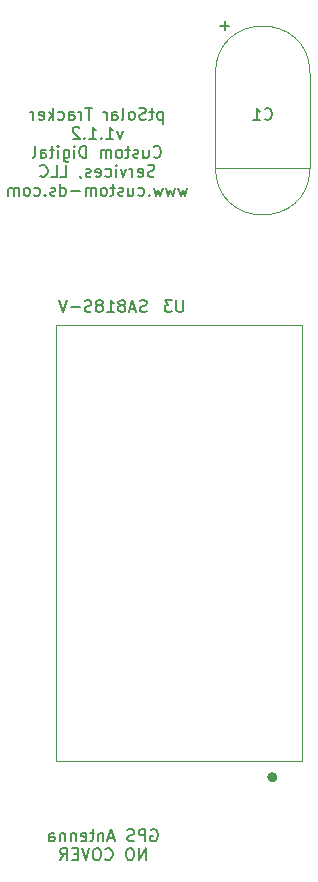
<source format=gbr>
%TF.GenerationSoftware,KiCad,Pcbnew,9.0.0*%
%TF.CreationDate,2025-04-10T21:29:29-05:00*%
%TF.ProjectId,ptSolar,7074536f-6c61-4722-9e6b-696361645f70,rev?*%
%TF.SameCoordinates,Original*%
%TF.FileFunction,Legend,Bot*%
%TF.FilePolarity,Positive*%
%FSLAX46Y46*%
G04 Gerber Fmt 4.6, Leading zero omitted, Abs format (unit mm)*
G04 Created by KiCad (PCBNEW 9.0.0) date 2025-04-10 21:29:29*
%MOMM*%
%LPD*%
G01*
G04 APERTURE LIST*
%ADD10C,0.150000*%
%ADD11C,0.100000*%
%ADD12C,0.450000*%
G04 APERTURE END LIST*
D10*
X151797620Y-76013376D02*
X151797620Y-77013376D01*
X151797620Y-76060995D02*
X151702382Y-76013376D01*
X151702382Y-76013376D02*
X151511906Y-76013376D01*
X151511906Y-76013376D02*
X151416668Y-76060995D01*
X151416668Y-76060995D02*
X151369049Y-76108614D01*
X151369049Y-76108614D02*
X151321430Y-76203852D01*
X151321430Y-76203852D02*
X151321430Y-76489566D01*
X151321430Y-76489566D02*
X151369049Y-76584804D01*
X151369049Y-76584804D02*
X151416668Y-76632424D01*
X151416668Y-76632424D02*
X151511906Y-76680043D01*
X151511906Y-76680043D02*
X151702382Y-76680043D01*
X151702382Y-76680043D02*
X151797620Y-76632424D01*
X151035715Y-76013376D02*
X150654763Y-76013376D01*
X150892858Y-75680043D02*
X150892858Y-76537185D01*
X150892858Y-76537185D02*
X150845239Y-76632424D01*
X150845239Y-76632424D02*
X150750001Y-76680043D01*
X150750001Y-76680043D02*
X150654763Y-76680043D01*
X150369048Y-76632424D02*
X150226191Y-76680043D01*
X150226191Y-76680043D02*
X149988096Y-76680043D01*
X149988096Y-76680043D02*
X149892858Y-76632424D01*
X149892858Y-76632424D02*
X149845239Y-76584804D01*
X149845239Y-76584804D02*
X149797620Y-76489566D01*
X149797620Y-76489566D02*
X149797620Y-76394328D01*
X149797620Y-76394328D02*
X149845239Y-76299090D01*
X149845239Y-76299090D02*
X149892858Y-76251471D01*
X149892858Y-76251471D02*
X149988096Y-76203852D01*
X149988096Y-76203852D02*
X150178572Y-76156233D01*
X150178572Y-76156233D02*
X150273810Y-76108614D01*
X150273810Y-76108614D02*
X150321429Y-76060995D01*
X150321429Y-76060995D02*
X150369048Y-75965757D01*
X150369048Y-75965757D02*
X150369048Y-75870519D01*
X150369048Y-75870519D02*
X150321429Y-75775281D01*
X150321429Y-75775281D02*
X150273810Y-75727662D01*
X150273810Y-75727662D02*
X150178572Y-75680043D01*
X150178572Y-75680043D02*
X149940477Y-75680043D01*
X149940477Y-75680043D02*
X149797620Y-75727662D01*
X149226191Y-76680043D02*
X149321429Y-76632424D01*
X149321429Y-76632424D02*
X149369048Y-76584804D01*
X149369048Y-76584804D02*
X149416667Y-76489566D01*
X149416667Y-76489566D02*
X149416667Y-76203852D01*
X149416667Y-76203852D02*
X149369048Y-76108614D01*
X149369048Y-76108614D02*
X149321429Y-76060995D01*
X149321429Y-76060995D02*
X149226191Y-76013376D01*
X149226191Y-76013376D02*
X149083334Y-76013376D01*
X149083334Y-76013376D02*
X148988096Y-76060995D01*
X148988096Y-76060995D02*
X148940477Y-76108614D01*
X148940477Y-76108614D02*
X148892858Y-76203852D01*
X148892858Y-76203852D02*
X148892858Y-76489566D01*
X148892858Y-76489566D02*
X148940477Y-76584804D01*
X148940477Y-76584804D02*
X148988096Y-76632424D01*
X148988096Y-76632424D02*
X149083334Y-76680043D01*
X149083334Y-76680043D02*
X149226191Y-76680043D01*
X148321429Y-76680043D02*
X148416667Y-76632424D01*
X148416667Y-76632424D02*
X148464286Y-76537185D01*
X148464286Y-76537185D02*
X148464286Y-75680043D01*
X147511905Y-76680043D02*
X147511905Y-76156233D01*
X147511905Y-76156233D02*
X147559524Y-76060995D01*
X147559524Y-76060995D02*
X147654762Y-76013376D01*
X147654762Y-76013376D02*
X147845238Y-76013376D01*
X147845238Y-76013376D02*
X147940476Y-76060995D01*
X147511905Y-76632424D02*
X147607143Y-76680043D01*
X147607143Y-76680043D02*
X147845238Y-76680043D01*
X147845238Y-76680043D02*
X147940476Y-76632424D01*
X147940476Y-76632424D02*
X147988095Y-76537185D01*
X147988095Y-76537185D02*
X147988095Y-76441947D01*
X147988095Y-76441947D02*
X147940476Y-76346709D01*
X147940476Y-76346709D02*
X147845238Y-76299090D01*
X147845238Y-76299090D02*
X147607143Y-76299090D01*
X147607143Y-76299090D02*
X147511905Y-76251471D01*
X147035714Y-76680043D02*
X147035714Y-76013376D01*
X147035714Y-76203852D02*
X146988095Y-76108614D01*
X146988095Y-76108614D02*
X146940476Y-76060995D01*
X146940476Y-76060995D02*
X146845238Y-76013376D01*
X146845238Y-76013376D02*
X146750000Y-76013376D01*
X145797618Y-75680043D02*
X145226190Y-75680043D01*
X145511904Y-76680043D02*
X145511904Y-75680043D01*
X144892856Y-76680043D02*
X144892856Y-76013376D01*
X144892856Y-76203852D02*
X144845237Y-76108614D01*
X144845237Y-76108614D02*
X144797618Y-76060995D01*
X144797618Y-76060995D02*
X144702380Y-76013376D01*
X144702380Y-76013376D02*
X144607142Y-76013376D01*
X143845237Y-76680043D02*
X143845237Y-76156233D01*
X143845237Y-76156233D02*
X143892856Y-76060995D01*
X143892856Y-76060995D02*
X143988094Y-76013376D01*
X143988094Y-76013376D02*
X144178570Y-76013376D01*
X144178570Y-76013376D02*
X144273808Y-76060995D01*
X143845237Y-76632424D02*
X143940475Y-76680043D01*
X143940475Y-76680043D02*
X144178570Y-76680043D01*
X144178570Y-76680043D02*
X144273808Y-76632424D01*
X144273808Y-76632424D02*
X144321427Y-76537185D01*
X144321427Y-76537185D02*
X144321427Y-76441947D01*
X144321427Y-76441947D02*
X144273808Y-76346709D01*
X144273808Y-76346709D02*
X144178570Y-76299090D01*
X144178570Y-76299090D02*
X143940475Y-76299090D01*
X143940475Y-76299090D02*
X143845237Y-76251471D01*
X142940475Y-76632424D02*
X143035713Y-76680043D01*
X143035713Y-76680043D02*
X143226189Y-76680043D01*
X143226189Y-76680043D02*
X143321427Y-76632424D01*
X143321427Y-76632424D02*
X143369046Y-76584804D01*
X143369046Y-76584804D02*
X143416665Y-76489566D01*
X143416665Y-76489566D02*
X143416665Y-76203852D01*
X143416665Y-76203852D02*
X143369046Y-76108614D01*
X143369046Y-76108614D02*
X143321427Y-76060995D01*
X143321427Y-76060995D02*
X143226189Y-76013376D01*
X143226189Y-76013376D02*
X143035713Y-76013376D01*
X143035713Y-76013376D02*
X142940475Y-76060995D01*
X142511903Y-76680043D02*
X142511903Y-75680043D01*
X142416665Y-76299090D02*
X142130951Y-76680043D01*
X142130951Y-76013376D02*
X142511903Y-76394328D01*
X141321427Y-76632424D02*
X141416665Y-76680043D01*
X141416665Y-76680043D02*
X141607141Y-76680043D01*
X141607141Y-76680043D02*
X141702379Y-76632424D01*
X141702379Y-76632424D02*
X141749998Y-76537185D01*
X141749998Y-76537185D02*
X141749998Y-76156233D01*
X141749998Y-76156233D02*
X141702379Y-76060995D01*
X141702379Y-76060995D02*
X141607141Y-76013376D01*
X141607141Y-76013376D02*
X141416665Y-76013376D01*
X141416665Y-76013376D02*
X141321427Y-76060995D01*
X141321427Y-76060995D02*
X141273808Y-76156233D01*
X141273808Y-76156233D02*
X141273808Y-76251471D01*
X141273808Y-76251471D02*
X141749998Y-76346709D01*
X140845236Y-76680043D02*
X140845236Y-76013376D01*
X140845236Y-76203852D02*
X140797617Y-76108614D01*
X140797617Y-76108614D02*
X140749998Y-76060995D01*
X140749998Y-76060995D02*
X140654760Y-76013376D01*
X140654760Y-76013376D02*
X140559522Y-76013376D01*
X148392856Y-77623320D02*
X148154761Y-78289987D01*
X148154761Y-78289987D02*
X147916666Y-77623320D01*
X147011904Y-78289987D02*
X147583332Y-78289987D01*
X147297618Y-78289987D02*
X147297618Y-77289987D01*
X147297618Y-77289987D02*
X147392856Y-77432844D01*
X147392856Y-77432844D02*
X147488094Y-77528082D01*
X147488094Y-77528082D02*
X147583332Y-77575701D01*
X146583332Y-78194748D02*
X146535713Y-78242368D01*
X146535713Y-78242368D02*
X146583332Y-78289987D01*
X146583332Y-78289987D02*
X146630951Y-78242368D01*
X146630951Y-78242368D02*
X146583332Y-78194748D01*
X146583332Y-78194748D02*
X146583332Y-78289987D01*
X145583333Y-78289987D02*
X146154761Y-78289987D01*
X145869047Y-78289987D02*
X145869047Y-77289987D01*
X145869047Y-77289987D02*
X145964285Y-77432844D01*
X145964285Y-77432844D02*
X146059523Y-77528082D01*
X146059523Y-77528082D02*
X146154761Y-77575701D01*
X145154761Y-78194748D02*
X145107142Y-78242368D01*
X145107142Y-78242368D02*
X145154761Y-78289987D01*
X145154761Y-78289987D02*
X145202380Y-78242368D01*
X145202380Y-78242368D02*
X145154761Y-78194748D01*
X145154761Y-78194748D02*
X145154761Y-78289987D01*
X144726190Y-77385225D02*
X144678571Y-77337606D01*
X144678571Y-77337606D02*
X144583333Y-77289987D01*
X144583333Y-77289987D02*
X144345238Y-77289987D01*
X144345238Y-77289987D02*
X144250000Y-77337606D01*
X144250000Y-77337606D02*
X144202381Y-77385225D01*
X144202381Y-77385225D02*
X144154762Y-77480463D01*
X144154762Y-77480463D02*
X144154762Y-77575701D01*
X144154762Y-77575701D02*
X144202381Y-77718558D01*
X144202381Y-77718558D02*
X144773809Y-78289987D01*
X144773809Y-78289987D02*
X144154762Y-78289987D01*
X151011905Y-79804692D02*
X151059524Y-79852312D01*
X151059524Y-79852312D02*
X151202381Y-79899931D01*
X151202381Y-79899931D02*
X151297619Y-79899931D01*
X151297619Y-79899931D02*
X151440476Y-79852312D01*
X151440476Y-79852312D02*
X151535714Y-79757073D01*
X151535714Y-79757073D02*
X151583333Y-79661835D01*
X151583333Y-79661835D02*
X151630952Y-79471359D01*
X151630952Y-79471359D02*
X151630952Y-79328502D01*
X151630952Y-79328502D02*
X151583333Y-79138026D01*
X151583333Y-79138026D02*
X151535714Y-79042788D01*
X151535714Y-79042788D02*
X151440476Y-78947550D01*
X151440476Y-78947550D02*
X151297619Y-78899931D01*
X151297619Y-78899931D02*
X151202381Y-78899931D01*
X151202381Y-78899931D02*
X151059524Y-78947550D01*
X151059524Y-78947550D02*
X151011905Y-78995169D01*
X150154762Y-79233264D02*
X150154762Y-79899931D01*
X150583333Y-79233264D02*
X150583333Y-79757073D01*
X150583333Y-79757073D02*
X150535714Y-79852312D01*
X150535714Y-79852312D02*
X150440476Y-79899931D01*
X150440476Y-79899931D02*
X150297619Y-79899931D01*
X150297619Y-79899931D02*
X150202381Y-79852312D01*
X150202381Y-79852312D02*
X150154762Y-79804692D01*
X149726190Y-79852312D02*
X149630952Y-79899931D01*
X149630952Y-79899931D02*
X149440476Y-79899931D01*
X149440476Y-79899931D02*
X149345238Y-79852312D01*
X149345238Y-79852312D02*
X149297619Y-79757073D01*
X149297619Y-79757073D02*
X149297619Y-79709454D01*
X149297619Y-79709454D02*
X149345238Y-79614216D01*
X149345238Y-79614216D02*
X149440476Y-79566597D01*
X149440476Y-79566597D02*
X149583333Y-79566597D01*
X149583333Y-79566597D02*
X149678571Y-79518978D01*
X149678571Y-79518978D02*
X149726190Y-79423740D01*
X149726190Y-79423740D02*
X149726190Y-79376121D01*
X149726190Y-79376121D02*
X149678571Y-79280883D01*
X149678571Y-79280883D02*
X149583333Y-79233264D01*
X149583333Y-79233264D02*
X149440476Y-79233264D01*
X149440476Y-79233264D02*
X149345238Y-79280883D01*
X149011904Y-79233264D02*
X148630952Y-79233264D01*
X148869047Y-78899931D02*
X148869047Y-79757073D01*
X148869047Y-79757073D02*
X148821428Y-79852312D01*
X148821428Y-79852312D02*
X148726190Y-79899931D01*
X148726190Y-79899931D02*
X148630952Y-79899931D01*
X148154761Y-79899931D02*
X148249999Y-79852312D01*
X148249999Y-79852312D02*
X148297618Y-79804692D01*
X148297618Y-79804692D02*
X148345237Y-79709454D01*
X148345237Y-79709454D02*
X148345237Y-79423740D01*
X148345237Y-79423740D02*
X148297618Y-79328502D01*
X148297618Y-79328502D02*
X148249999Y-79280883D01*
X148249999Y-79280883D02*
X148154761Y-79233264D01*
X148154761Y-79233264D02*
X148011904Y-79233264D01*
X148011904Y-79233264D02*
X147916666Y-79280883D01*
X147916666Y-79280883D02*
X147869047Y-79328502D01*
X147869047Y-79328502D02*
X147821428Y-79423740D01*
X147821428Y-79423740D02*
X147821428Y-79709454D01*
X147821428Y-79709454D02*
X147869047Y-79804692D01*
X147869047Y-79804692D02*
X147916666Y-79852312D01*
X147916666Y-79852312D02*
X148011904Y-79899931D01*
X148011904Y-79899931D02*
X148154761Y-79899931D01*
X147392856Y-79899931D02*
X147392856Y-79233264D01*
X147392856Y-79328502D02*
X147345237Y-79280883D01*
X147345237Y-79280883D02*
X147249999Y-79233264D01*
X147249999Y-79233264D02*
X147107142Y-79233264D01*
X147107142Y-79233264D02*
X147011904Y-79280883D01*
X147011904Y-79280883D02*
X146964285Y-79376121D01*
X146964285Y-79376121D02*
X146964285Y-79899931D01*
X146964285Y-79376121D02*
X146916666Y-79280883D01*
X146916666Y-79280883D02*
X146821428Y-79233264D01*
X146821428Y-79233264D02*
X146678571Y-79233264D01*
X146678571Y-79233264D02*
X146583332Y-79280883D01*
X146583332Y-79280883D02*
X146535713Y-79376121D01*
X146535713Y-79376121D02*
X146535713Y-79899931D01*
X145297618Y-79899931D02*
X145297618Y-78899931D01*
X145297618Y-78899931D02*
X145059523Y-78899931D01*
X145059523Y-78899931D02*
X144916666Y-78947550D01*
X144916666Y-78947550D02*
X144821428Y-79042788D01*
X144821428Y-79042788D02*
X144773809Y-79138026D01*
X144773809Y-79138026D02*
X144726190Y-79328502D01*
X144726190Y-79328502D02*
X144726190Y-79471359D01*
X144726190Y-79471359D02*
X144773809Y-79661835D01*
X144773809Y-79661835D02*
X144821428Y-79757073D01*
X144821428Y-79757073D02*
X144916666Y-79852312D01*
X144916666Y-79852312D02*
X145059523Y-79899931D01*
X145059523Y-79899931D02*
X145297618Y-79899931D01*
X144297618Y-79899931D02*
X144297618Y-79233264D01*
X144297618Y-78899931D02*
X144345237Y-78947550D01*
X144345237Y-78947550D02*
X144297618Y-78995169D01*
X144297618Y-78995169D02*
X144249999Y-78947550D01*
X144249999Y-78947550D02*
X144297618Y-78899931D01*
X144297618Y-78899931D02*
X144297618Y-78995169D01*
X143392857Y-79233264D02*
X143392857Y-80042788D01*
X143392857Y-80042788D02*
X143440476Y-80138026D01*
X143440476Y-80138026D02*
X143488095Y-80185645D01*
X143488095Y-80185645D02*
X143583333Y-80233264D01*
X143583333Y-80233264D02*
X143726190Y-80233264D01*
X143726190Y-80233264D02*
X143821428Y-80185645D01*
X143392857Y-79852312D02*
X143488095Y-79899931D01*
X143488095Y-79899931D02*
X143678571Y-79899931D01*
X143678571Y-79899931D02*
X143773809Y-79852312D01*
X143773809Y-79852312D02*
X143821428Y-79804692D01*
X143821428Y-79804692D02*
X143869047Y-79709454D01*
X143869047Y-79709454D02*
X143869047Y-79423740D01*
X143869047Y-79423740D02*
X143821428Y-79328502D01*
X143821428Y-79328502D02*
X143773809Y-79280883D01*
X143773809Y-79280883D02*
X143678571Y-79233264D01*
X143678571Y-79233264D02*
X143488095Y-79233264D01*
X143488095Y-79233264D02*
X143392857Y-79280883D01*
X142916666Y-79899931D02*
X142916666Y-79233264D01*
X142916666Y-78899931D02*
X142964285Y-78947550D01*
X142964285Y-78947550D02*
X142916666Y-78995169D01*
X142916666Y-78995169D02*
X142869047Y-78947550D01*
X142869047Y-78947550D02*
X142916666Y-78899931D01*
X142916666Y-78899931D02*
X142916666Y-78995169D01*
X142583333Y-79233264D02*
X142202381Y-79233264D01*
X142440476Y-78899931D02*
X142440476Y-79757073D01*
X142440476Y-79757073D02*
X142392857Y-79852312D01*
X142392857Y-79852312D02*
X142297619Y-79899931D01*
X142297619Y-79899931D02*
X142202381Y-79899931D01*
X141440476Y-79899931D02*
X141440476Y-79376121D01*
X141440476Y-79376121D02*
X141488095Y-79280883D01*
X141488095Y-79280883D02*
X141583333Y-79233264D01*
X141583333Y-79233264D02*
X141773809Y-79233264D01*
X141773809Y-79233264D02*
X141869047Y-79280883D01*
X141440476Y-79852312D02*
X141535714Y-79899931D01*
X141535714Y-79899931D02*
X141773809Y-79899931D01*
X141773809Y-79899931D02*
X141869047Y-79852312D01*
X141869047Y-79852312D02*
X141916666Y-79757073D01*
X141916666Y-79757073D02*
X141916666Y-79661835D01*
X141916666Y-79661835D02*
X141869047Y-79566597D01*
X141869047Y-79566597D02*
X141773809Y-79518978D01*
X141773809Y-79518978D02*
X141535714Y-79518978D01*
X141535714Y-79518978D02*
X141440476Y-79471359D01*
X140821428Y-79899931D02*
X140916666Y-79852312D01*
X140916666Y-79852312D02*
X140964285Y-79757073D01*
X140964285Y-79757073D02*
X140964285Y-78899931D01*
X151083333Y-81462256D02*
X150940476Y-81509875D01*
X150940476Y-81509875D02*
X150702381Y-81509875D01*
X150702381Y-81509875D02*
X150607143Y-81462256D01*
X150607143Y-81462256D02*
X150559524Y-81414636D01*
X150559524Y-81414636D02*
X150511905Y-81319398D01*
X150511905Y-81319398D02*
X150511905Y-81224160D01*
X150511905Y-81224160D02*
X150559524Y-81128922D01*
X150559524Y-81128922D02*
X150607143Y-81081303D01*
X150607143Y-81081303D02*
X150702381Y-81033684D01*
X150702381Y-81033684D02*
X150892857Y-80986065D01*
X150892857Y-80986065D02*
X150988095Y-80938446D01*
X150988095Y-80938446D02*
X151035714Y-80890827D01*
X151035714Y-80890827D02*
X151083333Y-80795589D01*
X151083333Y-80795589D02*
X151083333Y-80700351D01*
X151083333Y-80700351D02*
X151035714Y-80605113D01*
X151035714Y-80605113D02*
X150988095Y-80557494D01*
X150988095Y-80557494D02*
X150892857Y-80509875D01*
X150892857Y-80509875D02*
X150654762Y-80509875D01*
X150654762Y-80509875D02*
X150511905Y-80557494D01*
X149702381Y-81462256D02*
X149797619Y-81509875D01*
X149797619Y-81509875D02*
X149988095Y-81509875D01*
X149988095Y-81509875D02*
X150083333Y-81462256D01*
X150083333Y-81462256D02*
X150130952Y-81367017D01*
X150130952Y-81367017D02*
X150130952Y-80986065D01*
X150130952Y-80986065D02*
X150083333Y-80890827D01*
X150083333Y-80890827D02*
X149988095Y-80843208D01*
X149988095Y-80843208D02*
X149797619Y-80843208D01*
X149797619Y-80843208D02*
X149702381Y-80890827D01*
X149702381Y-80890827D02*
X149654762Y-80986065D01*
X149654762Y-80986065D02*
X149654762Y-81081303D01*
X149654762Y-81081303D02*
X150130952Y-81176541D01*
X149226190Y-81509875D02*
X149226190Y-80843208D01*
X149226190Y-81033684D02*
X149178571Y-80938446D01*
X149178571Y-80938446D02*
X149130952Y-80890827D01*
X149130952Y-80890827D02*
X149035714Y-80843208D01*
X149035714Y-80843208D02*
X148940476Y-80843208D01*
X148702380Y-80843208D02*
X148464285Y-81509875D01*
X148464285Y-81509875D02*
X148226190Y-80843208D01*
X147845237Y-81509875D02*
X147845237Y-80843208D01*
X147845237Y-80509875D02*
X147892856Y-80557494D01*
X147892856Y-80557494D02*
X147845237Y-80605113D01*
X147845237Y-80605113D02*
X147797618Y-80557494D01*
X147797618Y-80557494D02*
X147845237Y-80509875D01*
X147845237Y-80509875D02*
X147845237Y-80605113D01*
X146940476Y-81462256D02*
X147035714Y-81509875D01*
X147035714Y-81509875D02*
X147226190Y-81509875D01*
X147226190Y-81509875D02*
X147321428Y-81462256D01*
X147321428Y-81462256D02*
X147369047Y-81414636D01*
X147369047Y-81414636D02*
X147416666Y-81319398D01*
X147416666Y-81319398D02*
X147416666Y-81033684D01*
X147416666Y-81033684D02*
X147369047Y-80938446D01*
X147369047Y-80938446D02*
X147321428Y-80890827D01*
X147321428Y-80890827D02*
X147226190Y-80843208D01*
X147226190Y-80843208D02*
X147035714Y-80843208D01*
X147035714Y-80843208D02*
X146940476Y-80890827D01*
X146130952Y-81462256D02*
X146226190Y-81509875D01*
X146226190Y-81509875D02*
X146416666Y-81509875D01*
X146416666Y-81509875D02*
X146511904Y-81462256D01*
X146511904Y-81462256D02*
X146559523Y-81367017D01*
X146559523Y-81367017D02*
X146559523Y-80986065D01*
X146559523Y-80986065D02*
X146511904Y-80890827D01*
X146511904Y-80890827D02*
X146416666Y-80843208D01*
X146416666Y-80843208D02*
X146226190Y-80843208D01*
X146226190Y-80843208D02*
X146130952Y-80890827D01*
X146130952Y-80890827D02*
X146083333Y-80986065D01*
X146083333Y-80986065D02*
X146083333Y-81081303D01*
X146083333Y-81081303D02*
X146559523Y-81176541D01*
X145702380Y-81462256D02*
X145607142Y-81509875D01*
X145607142Y-81509875D02*
X145416666Y-81509875D01*
X145416666Y-81509875D02*
X145321428Y-81462256D01*
X145321428Y-81462256D02*
X145273809Y-81367017D01*
X145273809Y-81367017D02*
X145273809Y-81319398D01*
X145273809Y-81319398D02*
X145321428Y-81224160D01*
X145321428Y-81224160D02*
X145416666Y-81176541D01*
X145416666Y-81176541D02*
X145559523Y-81176541D01*
X145559523Y-81176541D02*
X145654761Y-81128922D01*
X145654761Y-81128922D02*
X145702380Y-81033684D01*
X145702380Y-81033684D02*
X145702380Y-80986065D01*
X145702380Y-80986065D02*
X145654761Y-80890827D01*
X145654761Y-80890827D02*
X145559523Y-80843208D01*
X145559523Y-80843208D02*
X145416666Y-80843208D01*
X145416666Y-80843208D02*
X145321428Y-80890827D01*
X144797618Y-81462256D02*
X144797618Y-81509875D01*
X144797618Y-81509875D02*
X144845237Y-81605113D01*
X144845237Y-81605113D02*
X144892856Y-81652732D01*
X143130952Y-81509875D02*
X143607142Y-81509875D01*
X143607142Y-81509875D02*
X143607142Y-80509875D01*
X142321428Y-81509875D02*
X142797618Y-81509875D01*
X142797618Y-81509875D02*
X142797618Y-80509875D01*
X141416666Y-81414636D02*
X141464285Y-81462256D01*
X141464285Y-81462256D02*
X141607142Y-81509875D01*
X141607142Y-81509875D02*
X141702380Y-81509875D01*
X141702380Y-81509875D02*
X141845237Y-81462256D01*
X141845237Y-81462256D02*
X141940475Y-81367017D01*
X141940475Y-81367017D02*
X141988094Y-81271779D01*
X141988094Y-81271779D02*
X142035713Y-81081303D01*
X142035713Y-81081303D02*
X142035713Y-80938446D01*
X142035713Y-80938446D02*
X141988094Y-80747970D01*
X141988094Y-80747970D02*
X141940475Y-80652732D01*
X141940475Y-80652732D02*
X141845237Y-80557494D01*
X141845237Y-80557494D02*
X141702380Y-80509875D01*
X141702380Y-80509875D02*
X141607142Y-80509875D01*
X141607142Y-80509875D02*
X141464285Y-80557494D01*
X141464285Y-80557494D02*
X141416666Y-80605113D01*
X153869046Y-82453152D02*
X153678570Y-83119819D01*
X153678570Y-83119819D02*
X153488094Y-82643628D01*
X153488094Y-82643628D02*
X153297618Y-83119819D01*
X153297618Y-83119819D02*
X153107142Y-82453152D01*
X152821427Y-82453152D02*
X152630951Y-83119819D01*
X152630951Y-83119819D02*
X152440475Y-82643628D01*
X152440475Y-82643628D02*
X152249999Y-83119819D01*
X152249999Y-83119819D02*
X152059523Y-82453152D01*
X151773808Y-82453152D02*
X151583332Y-83119819D01*
X151583332Y-83119819D02*
X151392856Y-82643628D01*
X151392856Y-82643628D02*
X151202380Y-83119819D01*
X151202380Y-83119819D02*
X151011904Y-82453152D01*
X150630951Y-83024580D02*
X150583332Y-83072200D01*
X150583332Y-83072200D02*
X150630951Y-83119819D01*
X150630951Y-83119819D02*
X150678570Y-83072200D01*
X150678570Y-83072200D02*
X150630951Y-83024580D01*
X150630951Y-83024580D02*
X150630951Y-83119819D01*
X149726190Y-83072200D02*
X149821428Y-83119819D01*
X149821428Y-83119819D02*
X150011904Y-83119819D01*
X150011904Y-83119819D02*
X150107142Y-83072200D01*
X150107142Y-83072200D02*
X150154761Y-83024580D01*
X150154761Y-83024580D02*
X150202380Y-82929342D01*
X150202380Y-82929342D02*
X150202380Y-82643628D01*
X150202380Y-82643628D02*
X150154761Y-82548390D01*
X150154761Y-82548390D02*
X150107142Y-82500771D01*
X150107142Y-82500771D02*
X150011904Y-82453152D01*
X150011904Y-82453152D02*
X149821428Y-82453152D01*
X149821428Y-82453152D02*
X149726190Y-82500771D01*
X148869047Y-82453152D02*
X148869047Y-83119819D01*
X149297618Y-82453152D02*
X149297618Y-82976961D01*
X149297618Y-82976961D02*
X149249999Y-83072200D01*
X149249999Y-83072200D02*
X149154761Y-83119819D01*
X149154761Y-83119819D02*
X149011904Y-83119819D01*
X149011904Y-83119819D02*
X148916666Y-83072200D01*
X148916666Y-83072200D02*
X148869047Y-83024580D01*
X148440475Y-83072200D02*
X148345237Y-83119819D01*
X148345237Y-83119819D02*
X148154761Y-83119819D01*
X148154761Y-83119819D02*
X148059523Y-83072200D01*
X148059523Y-83072200D02*
X148011904Y-82976961D01*
X148011904Y-82976961D02*
X148011904Y-82929342D01*
X148011904Y-82929342D02*
X148059523Y-82834104D01*
X148059523Y-82834104D02*
X148154761Y-82786485D01*
X148154761Y-82786485D02*
X148297618Y-82786485D01*
X148297618Y-82786485D02*
X148392856Y-82738866D01*
X148392856Y-82738866D02*
X148440475Y-82643628D01*
X148440475Y-82643628D02*
X148440475Y-82596009D01*
X148440475Y-82596009D02*
X148392856Y-82500771D01*
X148392856Y-82500771D02*
X148297618Y-82453152D01*
X148297618Y-82453152D02*
X148154761Y-82453152D01*
X148154761Y-82453152D02*
X148059523Y-82500771D01*
X147726189Y-82453152D02*
X147345237Y-82453152D01*
X147583332Y-82119819D02*
X147583332Y-82976961D01*
X147583332Y-82976961D02*
X147535713Y-83072200D01*
X147535713Y-83072200D02*
X147440475Y-83119819D01*
X147440475Y-83119819D02*
X147345237Y-83119819D01*
X146869046Y-83119819D02*
X146964284Y-83072200D01*
X146964284Y-83072200D02*
X147011903Y-83024580D01*
X147011903Y-83024580D02*
X147059522Y-82929342D01*
X147059522Y-82929342D02*
X147059522Y-82643628D01*
X147059522Y-82643628D02*
X147011903Y-82548390D01*
X147011903Y-82548390D02*
X146964284Y-82500771D01*
X146964284Y-82500771D02*
X146869046Y-82453152D01*
X146869046Y-82453152D02*
X146726189Y-82453152D01*
X146726189Y-82453152D02*
X146630951Y-82500771D01*
X146630951Y-82500771D02*
X146583332Y-82548390D01*
X146583332Y-82548390D02*
X146535713Y-82643628D01*
X146535713Y-82643628D02*
X146535713Y-82929342D01*
X146535713Y-82929342D02*
X146583332Y-83024580D01*
X146583332Y-83024580D02*
X146630951Y-83072200D01*
X146630951Y-83072200D02*
X146726189Y-83119819D01*
X146726189Y-83119819D02*
X146869046Y-83119819D01*
X146107141Y-83119819D02*
X146107141Y-82453152D01*
X146107141Y-82548390D02*
X146059522Y-82500771D01*
X146059522Y-82500771D02*
X145964284Y-82453152D01*
X145964284Y-82453152D02*
X145821427Y-82453152D01*
X145821427Y-82453152D02*
X145726189Y-82500771D01*
X145726189Y-82500771D02*
X145678570Y-82596009D01*
X145678570Y-82596009D02*
X145678570Y-83119819D01*
X145678570Y-82596009D02*
X145630951Y-82500771D01*
X145630951Y-82500771D02*
X145535713Y-82453152D01*
X145535713Y-82453152D02*
X145392856Y-82453152D01*
X145392856Y-82453152D02*
X145297617Y-82500771D01*
X145297617Y-82500771D02*
X145249998Y-82596009D01*
X145249998Y-82596009D02*
X145249998Y-83119819D01*
X144773808Y-82738866D02*
X144011904Y-82738866D01*
X143107142Y-83119819D02*
X143107142Y-82119819D01*
X143107142Y-83072200D02*
X143202380Y-83119819D01*
X143202380Y-83119819D02*
X143392856Y-83119819D01*
X143392856Y-83119819D02*
X143488094Y-83072200D01*
X143488094Y-83072200D02*
X143535713Y-83024580D01*
X143535713Y-83024580D02*
X143583332Y-82929342D01*
X143583332Y-82929342D02*
X143583332Y-82643628D01*
X143583332Y-82643628D02*
X143535713Y-82548390D01*
X143535713Y-82548390D02*
X143488094Y-82500771D01*
X143488094Y-82500771D02*
X143392856Y-82453152D01*
X143392856Y-82453152D02*
X143202380Y-82453152D01*
X143202380Y-82453152D02*
X143107142Y-82500771D01*
X142678570Y-83072200D02*
X142583332Y-83119819D01*
X142583332Y-83119819D02*
X142392856Y-83119819D01*
X142392856Y-83119819D02*
X142297618Y-83072200D01*
X142297618Y-83072200D02*
X142249999Y-82976961D01*
X142249999Y-82976961D02*
X142249999Y-82929342D01*
X142249999Y-82929342D02*
X142297618Y-82834104D01*
X142297618Y-82834104D02*
X142392856Y-82786485D01*
X142392856Y-82786485D02*
X142535713Y-82786485D01*
X142535713Y-82786485D02*
X142630951Y-82738866D01*
X142630951Y-82738866D02*
X142678570Y-82643628D01*
X142678570Y-82643628D02*
X142678570Y-82596009D01*
X142678570Y-82596009D02*
X142630951Y-82500771D01*
X142630951Y-82500771D02*
X142535713Y-82453152D01*
X142535713Y-82453152D02*
X142392856Y-82453152D01*
X142392856Y-82453152D02*
X142297618Y-82500771D01*
X141821427Y-83024580D02*
X141773808Y-83072200D01*
X141773808Y-83072200D02*
X141821427Y-83119819D01*
X141821427Y-83119819D02*
X141869046Y-83072200D01*
X141869046Y-83072200D02*
X141821427Y-83024580D01*
X141821427Y-83024580D02*
X141821427Y-83119819D01*
X140916666Y-83072200D02*
X141011904Y-83119819D01*
X141011904Y-83119819D02*
X141202380Y-83119819D01*
X141202380Y-83119819D02*
X141297618Y-83072200D01*
X141297618Y-83072200D02*
X141345237Y-83024580D01*
X141345237Y-83024580D02*
X141392856Y-82929342D01*
X141392856Y-82929342D02*
X141392856Y-82643628D01*
X141392856Y-82643628D02*
X141345237Y-82548390D01*
X141345237Y-82548390D02*
X141297618Y-82500771D01*
X141297618Y-82500771D02*
X141202380Y-82453152D01*
X141202380Y-82453152D02*
X141011904Y-82453152D01*
X141011904Y-82453152D02*
X140916666Y-82500771D01*
X140345237Y-83119819D02*
X140440475Y-83072200D01*
X140440475Y-83072200D02*
X140488094Y-83024580D01*
X140488094Y-83024580D02*
X140535713Y-82929342D01*
X140535713Y-82929342D02*
X140535713Y-82643628D01*
X140535713Y-82643628D02*
X140488094Y-82548390D01*
X140488094Y-82548390D02*
X140440475Y-82500771D01*
X140440475Y-82500771D02*
X140345237Y-82453152D01*
X140345237Y-82453152D02*
X140202380Y-82453152D01*
X140202380Y-82453152D02*
X140107142Y-82500771D01*
X140107142Y-82500771D02*
X140059523Y-82548390D01*
X140059523Y-82548390D02*
X140011904Y-82643628D01*
X140011904Y-82643628D02*
X140011904Y-82929342D01*
X140011904Y-82929342D02*
X140059523Y-83024580D01*
X140059523Y-83024580D02*
X140107142Y-83072200D01*
X140107142Y-83072200D02*
X140202380Y-83119819D01*
X140202380Y-83119819D02*
X140345237Y-83119819D01*
X139583332Y-83119819D02*
X139583332Y-82453152D01*
X139583332Y-82548390D02*
X139535713Y-82500771D01*
X139535713Y-82500771D02*
X139440475Y-82453152D01*
X139440475Y-82453152D02*
X139297618Y-82453152D01*
X139297618Y-82453152D02*
X139202380Y-82500771D01*
X139202380Y-82500771D02*
X139154761Y-82596009D01*
X139154761Y-82596009D02*
X139154761Y-83119819D01*
X139154761Y-82596009D02*
X139107142Y-82500771D01*
X139107142Y-82500771D02*
X139011904Y-82453152D01*
X139011904Y-82453152D02*
X138869047Y-82453152D01*
X138869047Y-82453152D02*
X138773808Y-82500771D01*
X138773808Y-82500771D02*
X138726189Y-82596009D01*
X138726189Y-82596009D02*
X138726189Y-83119819D01*
X150797619Y-136807494D02*
X150892857Y-136759875D01*
X150892857Y-136759875D02*
X151035714Y-136759875D01*
X151035714Y-136759875D02*
X151178571Y-136807494D01*
X151178571Y-136807494D02*
X151273809Y-136902732D01*
X151273809Y-136902732D02*
X151321428Y-136997970D01*
X151321428Y-136997970D02*
X151369047Y-137188446D01*
X151369047Y-137188446D02*
X151369047Y-137331303D01*
X151369047Y-137331303D02*
X151321428Y-137521779D01*
X151321428Y-137521779D02*
X151273809Y-137617017D01*
X151273809Y-137617017D02*
X151178571Y-137712256D01*
X151178571Y-137712256D02*
X151035714Y-137759875D01*
X151035714Y-137759875D02*
X150940476Y-137759875D01*
X150940476Y-137759875D02*
X150797619Y-137712256D01*
X150797619Y-137712256D02*
X150750000Y-137664636D01*
X150750000Y-137664636D02*
X150750000Y-137331303D01*
X150750000Y-137331303D02*
X150940476Y-137331303D01*
X150321428Y-137759875D02*
X150321428Y-136759875D01*
X150321428Y-136759875D02*
X149940476Y-136759875D01*
X149940476Y-136759875D02*
X149845238Y-136807494D01*
X149845238Y-136807494D02*
X149797619Y-136855113D01*
X149797619Y-136855113D02*
X149750000Y-136950351D01*
X149750000Y-136950351D02*
X149750000Y-137093208D01*
X149750000Y-137093208D02*
X149797619Y-137188446D01*
X149797619Y-137188446D02*
X149845238Y-137236065D01*
X149845238Y-137236065D02*
X149940476Y-137283684D01*
X149940476Y-137283684D02*
X150321428Y-137283684D01*
X149369047Y-137712256D02*
X149226190Y-137759875D01*
X149226190Y-137759875D02*
X148988095Y-137759875D01*
X148988095Y-137759875D02*
X148892857Y-137712256D01*
X148892857Y-137712256D02*
X148845238Y-137664636D01*
X148845238Y-137664636D02*
X148797619Y-137569398D01*
X148797619Y-137569398D02*
X148797619Y-137474160D01*
X148797619Y-137474160D02*
X148845238Y-137378922D01*
X148845238Y-137378922D02*
X148892857Y-137331303D01*
X148892857Y-137331303D02*
X148988095Y-137283684D01*
X148988095Y-137283684D02*
X149178571Y-137236065D01*
X149178571Y-137236065D02*
X149273809Y-137188446D01*
X149273809Y-137188446D02*
X149321428Y-137140827D01*
X149321428Y-137140827D02*
X149369047Y-137045589D01*
X149369047Y-137045589D02*
X149369047Y-136950351D01*
X149369047Y-136950351D02*
X149321428Y-136855113D01*
X149321428Y-136855113D02*
X149273809Y-136807494D01*
X149273809Y-136807494D02*
X149178571Y-136759875D01*
X149178571Y-136759875D02*
X148940476Y-136759875D01*
X148940476Y-136759875D02*
X148797619Y-136807494D01*
X147654761Y-137474160D02*
X147178571Y-137474160D01*
X147749999Y-137759875D02*
X147416666Y-136759875D01*
X147416666Y-136759875D02*
X147083333Y-137759875D01*
X146749999Y-137093208D02*
X146749999Y-137759875D01*
X146749999Y-137188446D02*
X146702380Y-137140827D01*
X146702380Y-137140827D02*
X146607142Y-137093208D01*
X146607142Y-137093208D02*
X146464285Y-137093208D01*
X146464285Y-137093208D02*
X146369047Y-137140827D01*
X146369047Y-137140827D02*
X146321428Y-137236065D01*
X146321428Y-137236065D02*
X146321428Y-137759875D01*
X145988094Y-137093208D02*
X145607142Y-137093208D01*
X145845237Y-136759875D02*
X145845237Y-137617017D01*
X145845237Y-137617017D02*
X145797618Y-137712256D01*
X145797618Y-137712256D02*
X145702380Y-137759875D01*
X145702380Y-137759875D02*
X145607142Y-137759875D01*
X144892856Y-137712256D02*
X144988094Y-137759875D01*
X144988094Y-137759875D02*
X145178570Y-137759875D01*
X145178570Y-137759875D02*
X145273808Y-137712256D01*
X145273808Y-137712256D02*
X145321427Y-137617017D01*
X145321427Y-137617017D02*
X145321427Y-137236065D01*
X145321427Y-137236065D02*
X145273808Y-137140827D01*
X145273808Y-137140827D02*
X145178570Y-137093208D01*
X145178570Y-137093208D02*
X144988094Y-137093208D01*
X144988094Y-137093208D02*
X144892856Y-137140827D01*
X144892856Y-137140827D02*
X144845237Y-137236065D01*
X144845237Y-137236065D02*
X144845237Y-137331303D01*
X144845237Y-137331303D02*
X145321427Y-137426541D01*
X144416665Y-137093208D02*
X144416665Y-137759875D01*
X144416665Y-137188446D02*
X144369046Y-137140827D01*
X144369046Y-137140827D02*
X144273808Y-137093208D01*
X144273808Y-137093208D02*
X144130951Y-137093208D01*
X144130951Y-137093208D02*
X144035713Y-137140827D01*
X144035713Y-137140827D02*
X143988094Y-137236065D01*
X143988094Y-137236065D02*
X143988094Y-137759875D01*
X143511903Y-137093208D02*
X143511903Y-137759875D01*
X143511903Y-137188446D02*
X143464284Y-137140827D01*
X143464284Y-137140827D02*
X143369046Y-137093208D01*
X143369046Y-137093208D02*
X143226189Y-137093208D01*
X143226189Y-137093208D02*
X143130951Y-137140827D01*
X143130951Y-137140827D02*
X143083332Y-137236065D01*
X143083332Y-137236065D02*
X143083332Y-137759875D01*
X142178570Y-137759875D02*
X142178570Y-137236065D01*
X142178570Y-137236065D02*
X142226189Y-137140827D01*
X142226189Y-137140827D02*
X142321427Y-137093208D01*
X142321427Y-137093208D02*
X142511903Y-137093208D01*
X142511903Y-137093208D02*
X142607141Y-137140827D01*
X142178570Y-137712256D02*
X142273808Y-137759875D01*
X142273808Y-137759875D02*
X142511903Y-137759875D01*
X142511903Y-137759875D02*
X142607141Y-137712256D01*
X142607141Y-137712256D02*
X142654760Y-137617017D01*
X142654760Y-137617017D02*
X142654760Y-137521779D01*
X142654760Y-137521779D02*
X142607141Y-137426541D01*
X142607141Y-137426541D02*
X142511903Y-137378922D01*
X142511903Y-137378922D02*
X142273808Y-137378922D01*
X142273808Y-137378922D02*
X142178570Y-137331303D01*
X150345237Y-139369819D02*
X150345237Y-138369819D01*
X150345237Y-138369819D02*
X149773809Y-139369819D01*
X149773809Y-139369819D02*
X149773809Y-138369819D01*
X149107142Y-138369819D02*
X148916666Y-138369819D01*
X148916666Y-138369819D02*
X148821428Y-138417438D01*
X148821428Y-138417438D02*
X148726190Y-138512676D01*
X148726190Y-138512676D02*
X148678571Y-138703152D01*
X148678571Y-138703152D02*
X148678571Y-139036485D01*
X148678571Y-139036485D02*
X148726190Y-139226961D01*
X148726190Y-139226961D02*
X148821428Y-139322200D01*
X148821428Y-139322200D02*
X148916666Y-139369819D01*
X148916666Y-139369819D02*
X149107142Y-139369819D01*
X149107142Y-139369819D02*
X149202380Y-139322200D01*
X149202380Y-139322200D02*
X149297618Y-139226961D01*
X149297618Y-139226961D02*
X149345237Y-139036485D01*
X149345237Y-139036485D02*
X149345237Y-138703152D01*
X149345237Y-138703152D02*
X149297618Y-138512676D01*
X149297618Y-138512676D02*
X149202380Y-138417438D01*
X149202380Y-138417438D02*
X149107142Y-138369819D01*
X146916666Y-139274580D02*
X146964285Y-139322200D01*
X146964285Y-139322200D02*
X147107142Y-139369819D01*
X147107142Y-139369819D02*
X147202380Y-139369819D01*
X147202380Y-139369819D02*
X147345237Y-139322200D01*
X147345237Y-139322200D02*
X147440475Y-139226961D01*
X147440475Y-139226961D02*
X147488094Y-139131723D01*
X147488094Y-139131723D02*
X147535713Y-138941247D01*
X147535713Y-138941247D02*
X147535713Y-138798390D01*
X147535713Y-138798390D02*
X147488094Y-138607914D01*
X147488094Y-138607914D02*
X147440475Y-138512676D01*
X147440475Y-138512676D02*
X147345237Y-138417438D01*
X147345237Y-138417438D02*
X147202380Y-138369819D01*
X147202380Y-138369819D02*
X147107142Y-138369819D01*
X147107142Y-138369819D02*
X146964285Y-138417438D01*
X146964285Y-138417438D02*
X146916666Y-138465057D01*
X146297618Y-138369819D02*
X146107142Y-138369819D01*
X146107142Y-138369819D02*
X146011904Y-138417438D01*
X146011904Y-138417438D02*
X145916666Y-138512676D01*
X145916666Y-138512676D02*
X145869047Y-138703152D01*
X145869047Y-138703152D02*
X145869047Y-139036485D01*
X145869047Y-139036485D02*
X145916666Y-139226961D01*
X145916666Y-139226961D02*
X146011904Y-139322200D01*
X146011904Y-139322200D02*
X146107142Y-139369819D01*
X146107142Y-139369819D02*
X146297618Y-139369819D01*
X146297618Y-139369819D02*
X146392856Y-139322200D01*
X146392856Y-139322200D02*
X146488094Y-139226961D01*
X146488094Y-139226961D02*
X146535713Y-139036485D01*
X146535713Y-139036485D02*
X146535713Y-138703152D01*
X146535713Y-138703152D02*
X146488094Y-138512676D01*
X146488094Y-138512676D02*
X146392856Y-138417438D01*
X146392856Y-138417438D02*
X146297618Y-138369819D01*
X145583332Y-138369819D02*
X145249999Y-139369819D01*
X145249999Y-139369819D02*
X144916666Y-138369819D01*
X144583332Y-138846009D02*
X144249999Y-138846009D01*
X144107142Y-139369819D02*
X144583332Y-139369819D01*
X144583332Y-139369819D02*
X144583332Y-138369819D01*
X144583332Y-138369819D02*
X144107142Y-138369819D01*
X143107142Y-139369819D02*
X143440475Y-138893628D01*
X143678570Y-139369819D02*
X143678570Y-138369819D01*
X143678570Y-138369819D02*
X143297618Y-138369819D01*
X143297618Y-138369819D02*
X143202380Y-138417438D01*
X143202380Y-138417438D02*
X143154761Y-138465057D01*
X143154761Y-138465057D02*
X143107142Y-138560295D01*
X143107142Y-138560295D02*
X143107142Y-138703152D01*
X143107142Y-138703152D02*
X143154761Y-138798390D01*
X143154761Y-138798390D02*
X143202380Y-138846009D01*
X143202380Y-138846009D02*
X143297618Y-138893628D01*
X143297618Y-138893628D02*
X143678570Y-138893628D01*
X160416666Y-76609580D02*
X160464285Y-76657200D01*
X160464285Y-76657200D02*
X160607142Y-76704819D01*
X160607142Y-76704819D02*
X160702380Y-76704819D01*
X160702380Y-76704819D02*
X160845237Y-76657200D01*
X160845237Y-76657200D02*
X160940475Y-76561961D01*
X160940475Y-76561961D02*
X160988094Y-76466723D01*
X160988094Y-76466723D02*
X161035713Y-76276247D01*
X161035713Y-76276247D02*
X161035713Y-76133390D01*
X161035713Y-76133390D02*
X160988094Y-75942914D01*
X160988094Y-75942914D02*
X160940475Y-75847676D01*
X160940475Y-75847676D02*
X160845237Y-75752438D01*
X160845237Y-75752438D02*
X160702380Y-75704819D01*
X160702380Y-75704819D02*
X160607142Y-75704819D01*
X160607142Y-75704819D02*
X160464285Y-75752438D01*
X160464285Y-75752438D02*
X160416666Y-75800057D01*
X159464285Y-76704819D02*
X160035713Y-76704819D01*
X159749999Y-76704819D02*
X159749999Y-75704819D01*
X159749999Y-75704819D02*
X159845237Y-75847676D01*
X159845237Y-75847676D02*
X159940475Y-75942914D01*
X159940475Y-75942914D02*
X160035713Y-75990533D01*
X157413220Y-68738866D02*
X156651316Y-68738866D01*
X157032268Y-69119819D02*
X157032268Y-68357914D01*
X153511904Y-91954819D02*
X153511904Y-92764342D01*
X153511904Y-92764342D02*
X153464285Y-92859580D01*
X153464285Y-92859580D02*
X153416666Y-92907200D01*
X153416666Y-92907200D02*
X153321428Y-92954819D01*
X153321428Y-92954819D02*
X153130952Y-92954819D01*
X153130952Y-92954819D02*
X153035714Y-92907200D01*
X153035714Y-92907200D02*
X152988095Y-92859580D01*
X152988095Y-92859580D02*
X152940476Y-92764342D01*
X152940476Y-92764342D02*
X152940476Y-91954819D01*
X152559523Y-91954819D02*
X151940476Y-91954819D01*
X151940476Y-91954819D02*
X152273809Y-92335771D01*
X152273809Y-92335771D02*
X152130952Y-92335771D01*
X152130952Y-92335771D02*
X152035714Y-92383390D01*
X152035714Y-92383390D02*
X151988095Y-92431009D01*
X151988095Y-92431009D02*
X151940476Y-92526247D01*
X151940476Y-92526247D02*
X151940476Y-92764342D01*
X151940476Y-92764342D02*
X151988095Y-92859580D01*
X151988095Y-92859580D02*
X152035714Y-92907200D01*
X152035714Y-92907200D02*
X152130952Y-92954819D01*
X152130952Y-92954819D02*
X152416666Y-92954819D01*
X152416666Y-92954819D02*
X152511904Y-92907200D01*
X152511904Y-92907200D02*
X152559523Y-92859580D01*
X150416666Y-92907200D02*
X150273809Y-92954819D01*
X150273809Y-92954819D02*
X150035714Y-92954819D01*
X150035714Y-92954819D02*
X149940476Y-92907200D01*
X149940476Y-92907200D02*
X149892857Y-92859580D01*
X149892857Y-92859580D02*
X149845238Y-92764342D01*
X149845238Y-92764342D02*
X149845238Y-92669104D01*
X149845238Y-92669104D02*
X149892857Y-92573866D01*
X149892857Y-92573866D02*
X149940476Y-92526247D01*
X149940476Y-92526247D02*
X150035714Y-92478628D01*
X150035714Y-92478628D02*
X150226190Y-92431009D01*
X150226190Y-92431009D02*
X150321428Y-92383390D01*
X150321428Y-92383390D02*
X150369047Y-92335771D01*
X150369047Y-92335771D02*
X150416666Y-92240533D01*
X150416666Y-92240533D02*
X150416666Y-92145295D01*
X150416666Y-92145295D02*
X150369047Y-92050057D01*
X150369047Y-92050057D02*
X150321428Y-92002438D01*
X150321428Y-92002438D02*
X150226190Y-91954819D01*
X150226190Y-91954819D02*
X149988095Y-91954819D01*
X149988095Y-91954819D02*
X149845238Y-92002438D01*
X149464285Y-92669104D02*
X148988095Y-92669104D01*
X149559523Y-92954819D02*
X149226190Y-91954819D01*
X149226190Y-91954819D02*
X148892857Y-92954819D01*
X148416666Y-92383390D02*
X148511904Y-92335771D01*
X148511904Y-92335771D02*
X148559523Y-92288152D01*
X148559523Y-92288152D02*
X148607142Y-92192914D01*
X148607142Y-92192914D02*
X148607142Y-92145295D01*
X148607142Y-92145295D02*
X148559523Y-92050057D01*
X148559523Y-92050057D02*
X148511904Y-92002438D01*
X148511904Y-92002438D02*
X148416666Y-91954819D01*
X148416666Y-91954819D02*
X148226190Y-91954819D01*
X148226190Y-91954819D02*
X148130952Y-92002438D01*
X148130952Y-92002438D02*
X148083333Y-92050057D01*
X148083333Y-92050057D02*
X148035714Y-92145295D01*
X148035714Y-92145295D02*
X148035714Y-92192914D01*
X148035714Y-92192914D02*
X148083333Y-92288152D01*
X148083333Y-92288152D02*
X148130952Y-92335771D01*
X148130952Y-92335771D02*
X148226190Y-92383390D01*
X148226190Y-92383390D02*
X148416666Y-92383390D01*
X148416666Y-92383390D02*
X148511904Y-92431009D01*
X148511904Y-92431009D02*
X148559523Y-92478628D01*
X148559523Y-92478628D02*
X148607142Y-92573866D01*
X148607142Y-92573866D02*
X148607142Y-92764342D01*
X148607142Y-92764342D02*
X148559523Y-92859580D01*
X148559523Y-92859580D02*
X148511904Y-92907200D01*
X148511904Y-92907200D02*
X148416666Y-92954819D01*
X148416666Y-92954819D02*
X148226190Y-92954819D01*
X148226190Y-92954819D02*
X148130952Y-92907200D01*
X148130952Y-92907200D02*
X148083333Y-92859580D01*
X148083333Y-92859580D02*
X148035714Y-92764342D01*
X148035714Y-92764342D02*
X148035714Y-92573866D01*
X148035714Y-92573866D02*
X148083333Y-92478628D01*
X148083333Y-92478628D02*
X148130952Y-92431009D01*
X148130952Y-92431009D02*
X148226190Y-92383390D01*
X147083333Y-92954819D02*
X147654761Y-92954819D01*
X147369047Y-92954819D02*
X147369047Y-91954819D01*
X147369047Y-91954819D02*
X147464285Y-92097676D01*
X147464285Y-92097676D02*
X147559523Y-92192914D01*
X147559523Y-92192914D02*
X147654761Y-92240533D01*
X146511904Y-92383390D02*
X146607142Y-92335771D01*
X146607142Y-92335771D02*
X146654761Y-92288152D01*
X146654761Y-92288152D02*
X146702380Y-92192914D01*
X146702380Y-92192914D02*
X146702380Y-92145295D01*
X146702380Y-92145295D02*
X146654761Y-92050057D01*
X146654761Y-92050057D02*
X146607142Y-92002438D01*
X146607142Y-92002438D02*
X146511904Y-91954819D01*
X146511904Y-91954819D02*
X146321428Y-91954819D01*
X146321428Y-91954819D02*
X146226190Y-92002438D01*
X146226190Y-92002438D02*
X146178571Y-92050057D01*
X146178571Y-92050057D02*
X146130952Y-92145295D01*
X146130952Y-92145295D02*
X146130952Y-92192914D01*
X146130952Y-92192914D02*
X146178571Y-92288152D01*
X146178571Y-92288152D02*
X146226190Y-92335771D01*
X146226190Y-92335771D02*
X146321428Y-92383390D01*
X146321428Y-92383390D02*
X146511904Y-92383390D01*
X146511904Y-92383390D02*
X146607142Y-92431009D01*
X146607142Y-92431009D02*
X146654761Y-92478628D01*
X146654761Y-92478628D02*
X146702380Y-92573866D01*
X146702380Y-92573866D02*
X146702380Y-92764342D01*
X146702380Y-92764342D02*
X146654761Y-92859580D01*
X146654761Y-92859580D02*
X146607142Y-92907200D01*
X146607142Y-92907200D02*
X146511904Y-92954819D01*
X146511904Y-92954819D02*
X146321428Y-92954819D01*
X146321428Y-92954819D02*
X146226190Y-92907200D01*
X146226190Y-92907200D02*
X146178571Y-92859580D01*
X146178571Y-92859580D02*
X146130952Y-92764342D01*
X146130952Y-92764342D02*
X146130952Y-92573866D01*
X146130952Y-92573866D02*
X146178571Y-92478628D01*
X146178571Y-92478628D02*
X146226190Y-92431009D01*
X146226190Y-92431009D02*
X146321428Y-92383390D01*
X145749999Y-92907200D02*
X145607142Y-92954819D01*
X145607142Y-92954819D02*
X145369047Y-92954819D01*
X145369047Y-92954819D02*
X145273809Y-92907200D01*
X145273809Y-92907200D02*
X145226190Y-92859580D01*
X145226190Y-92859580D02*
X145178571Y-92764342D01*
X145178571Y-92764342D02*
X145178571Y-92669104D01*
X145178571Y-92669104D02*
X145226190Y-92573866D01*
X145226190Y-92573866D02*
X145273809Y-92526247D01*
X145273809Y-92526247D02*
X145369047Y-92478628D01*
X145369047Y-92478628D02*
X145559523Y-92431009D01*
X145559523Y-92431009D02*
X145654761Y-92383390D01*
X145654761Y-92383390D02*
X145702380Y-92335771D01*
X145702380Y-92335771D02*
X145749999Y-92240533D01*
X145749999Y-92240533D02*
X145749999Y-92145295D01*
X145749999Y-92145295D02*
X145702380Y-92050057D01*
X145702380Y-92050057D02*
X145654761Y-92002438D01*
X145654761Y-92002438D02*
X145559523Y-91954819D01*
X145559523Y-91954819D02*
X145321428Y-91954819D01*
X145321428Y-91954819D02*
X145178571Y-92002438D01*
X144749999Y-92573866D02*
X143988095Y-92573866D01*
X143654761Y-91954819D02*
X143321428Y-92954819D01*
X143321428Y-92954819D02*
X142988095Y-91954819D01*
D11*
%TO.C,C1*%
X156250000Y-72750000D02*
X156250000Y-80750000D01*
X164250000Y-80750000D02*
X156250000Y-80750000D01*
X164250000Y-80750000D02*
X164250000Y-72750000D01*
X156250000Y-72750000D02*
G75*
G02*
X164250000Y-72750000I4000000J0D01*
G01*
X164250000Y-80750000D02*
G75*
G02*
X156250000Y-80750000I-4000000J0D01*
G01*
%TO.C,U3*%
X142765000Y-94060000D02*
X142765000Y-130960000D01*
X142765000Y-130960000D02*
X163565000Y-130960000D01*
X163565000Y-94060000D02*
X142765000Y-94060000D01*
X163565000Y-130960000D02*
X163565000Y-94060000D01*
D12*
X161290000Y-132360000D02*
G75*
G02*
X160840000Y-132360000I-225000J0D01*
G01*
X160840000Y-132360000D02*
G75*
G02*
X161290000Y-132360000I225000J0D01*
G01*
%TD*%
M02*

</source>
